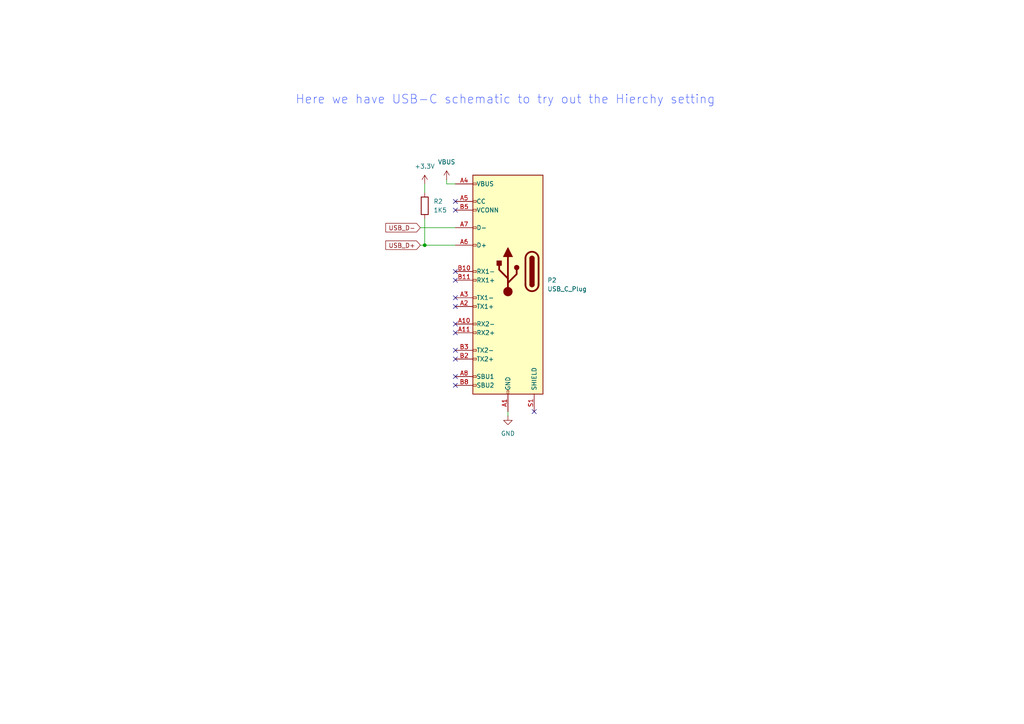
<source format=kicad_sch>
(kicad_sch
	(version 20250114)
	(generator "eeschema")
	(generator_version "9.0")
	(uuid "cf1c53df-d6e7-4d88-92b8-e414510b3ca8")
	(paper "A4")
	(lib_symbols
		(symbol "Connector:USB_C_Plug"
			(pin_names
				(offset 1.016)
			)
			(exclude_from_sim no)
			(in_bom yes)
			(on_board yes)
			(property "Reference" "P"
				(at -10.16 29.21 0)
				(effects
					(font
						(size 1.27 1.27)
					)
					(justify left)
				)
			)
			(property "Value" "USB_C_Plug"
				(at 10.16 29.21 0)
				(effects
					(font
						(size 1.27 1.27)
					)
					(justify right)
				)
			)
			(property "Footprint" ""
				(at 3.81 0 0)
				(effects
					(font
						(size 1.27 1.27)
					)
					(hide yes)
				)
			)
			(property "Datasheet" "https://www.usb.org/sites/default/files/documents/usb_type-c.zip"
				(at 3.81 0 0)
				(effects
					(font
						(size 1.27 1.27)
					)
					(hide yes)
				)
			)
			(property "Description" "USB Type-C Plug connector"
				(at 0 0 0)
				(effects
					(font
						(size 1.27 1.27)
					)
					(hide yes)
				)
			)
			(property "ki_keywords" "usb universal serial bus"
				(at 0 0 0)
				(effects
					(font
						(size 1.27 1.27)
					)
					(hide yes)
				)
			)
			(property "ki_fp_filters" "USB*C*Plug*"
				(at 0 0 0)
				(effects
					(font
						(size 1.27 1.27)
					)
					(hide yes)
				)
			)
			(symbol "USB_C_Plug_0_0"
				(rectangle
					(start -0.254 -35.56)
					(end 0.254 -34.544)
					(stroke
						(width 0)
						(type default)
					)
					(fill
						(type none)
					)
				)
				(rectangle
					(start 10.16 25.654)
					(end 9.144 25.146)
					(stroke
						(width 0)
						(type default)
					)
					(fill
						(type none)
					)
				)
				(rectangle
					(start 10.16 20.574)
					(end 9.144 20.066)
					(stroke
						(width 0)
						(type default)
					)
					(fill
						(type none)
					)
				)
				(rectangle
					(start 10.16 18.034)
					(end 9.144 17.526)
					(stroke
						(width 0)
						(type default)
					)
					(fill
						(type none)
					)
				)
				(rectangle
					(start 10.16 12.954)
					(end 9.144 12.446)
					(stroke
						(width 0)
						(type default)
					)
					(fill
						(type none)
					)
				)
				(rectangle
					(start 10.16 7.874)
					(end 9.144 7.366)
					(stroke
						(width 0)
						(type default)
					)
					(fill
						(type none)
					)
				)
				(rectangle
					(start 10.16 0.254)
					(end 9.144 -0.254)
					(stroke
						(width 0)
						(type default)
					)
					(fill
						(type none)
					)
				)
				(rectangle
					(start 10.16 -2.286)
					(end 9.144 -2.794)
					(stroke
						(width 0)
						(type default)
					)
					(fill
						(type none)
					)
				)
				(rectangle
					(start 10.16 -7.366)
					(end 9.144 -7.874)
					(stroke
						(width 0)
						(type default)
					)
					(fill
						(type none)
					)
				)
				(rectangle
					(start 10.16 -9.906)
					(end 9.144 -10.414)
					(stroke
						(width 0)
						(type default)
					)
					(fill
						(type none)
					)
				)
				(rectangle
					(start 10.16 -14.986)
					(end 9.144 -15.494)
					(stroke
						(width 0)
						(type default)
					)
					(fill
						(type none)
					)
				)
				(rectangle
					(start 10.16 -17.526)
					(end 9.144 -18.034)
					(stroke
						(width 0)
						(type default)
					)
					(fill
						(type none)
					)
				)
				(rectangle
					(start 10.16 -22.606)
					(end 9.144 -23.114)
					(stroke
						(width 0)
						(type default)
					)
					(fill
						(type none)
					)
				)
				(rectangle
					(start 10.16 -25.146)
					(end 9.144 -25.654)
					(stroke
						(width 0)
						(type default)
					)
					(fill
						(type none)
					)
				)
				(rectangle
					(start 10.16 -30.226)
					(end 9.144 -30.734)
					(stroke
						(width 0)
						(type default)
					)
					(fill
						(type none)
					)
				)
				(rectangle
					(start 10.16 -32.766)
					(end 9.144 -33.274)
					(stroke
						(width 0)
						(type default)
					)
					(fill
						(type none)
					)
				)
			)
			(symbol "USB_C_Plug_0_1"
				(rectangle
					(start -10.16 27.94)
					(end 10.16 -35.56)
					(stroke
						(width 0.254)
						(type default)
					)
					(fill
						(type background)
					)
				)
				(polyline
					(pts
						(xy -8.89 -3.81) (xy -8.89 3.81)
					)
					(stroke
						(width 0.508)
						(type default)
					)
					(fill
						(type none)
					)
				)
				(rectangle
					(start -7.62 -3.81)
					(end -6.35 3.81)
					(stroke
						(width 0.254)
						(type default)
					)
					(fill
						(type outline)
					)
				)
				(arc
					(start -7.62 3.81)
					(mid -6.985 4.4423)
					(end -6.35 3.81)
					(stroke
						(width 0.254)
						(type default)
					)
					(fill
						(type none)
					)
				)
				(arc
					(start -7.62 3.81)
					(mid -6.985 4.4423)
					(end -6.35 3.81)
					(stroke
						(width 0.254)
						(type default)
					)
					(fill
						(type outline)
					)
				)
				(arc
					(start -8.89 3.81)
					(mid -6.985 5.7067)
					(end -5.08 3.81)
					(stroke
						(width 0.508)
						(type default)
					)
					(fill
						(type none)
					)
				)
				(arc
					(start -5.08 -3.81)
					(mid -6.985 -5.7067)
					(end -8.89 -3.81)
					(stroke
						(width 0.508)
						(type default)
					)
					(fill
						(type none)
					)
				)
				(arc
					(start -6.35 -3.81)
					(mid -6.985 -4.4423)
					(end -7.62 -3.81)
					(stroke
						(width 0.254)
						(type default)
					)
					(fill
						(type none)
					)
				)
				(arc
					(start -6.35 -3.81)
					(mid -6.985 -4.4423)
					(end -7.62 -3.81)
					(stroke
						(width 0.254)
						(type default)
					)
					(fill
						(type outline)
					)
				)
				(polyline
					(pts
						(xy -5.08 3.81) (xy -5.08 -3.81)
					)
					(stroke
						(width 0.508)
						(type default)
					)
					(fill
						(type none)
					)
				)
			)
			(symbol "USB_C_Plug_1_1"
				(circle
					(center -2.54 1.143)
					(radius 0.635)
					(stroke
						(width 0.254)
						(type default)
					)
					(fill
						(type outline)
					)
				)
				(polyline
					(pts
						(xy -1.27 4.318) (xy 0 6.858) (xy 1.27 4.318) (xy -1.27 4.318)
					)
					(stroke
						(width 0.254)
						(type default)
					)
					(fill
						(type outline)
					)
				)
				(polyline
					(pts
						(xy 0 -2.032) (xy 2.54 0.508) (xy 2.54 1.778)
					)
					(stroke
						(width 0.508)
						(type default)
					)
					(fill
						(type none)
					)
				)
				(polyline
					(pts
						(xy 0 -3.302) (xy -2.54 -0.762) (xy -2.54 0.508)
					)
					(stroke
						(width 0.508)
						(type default)
					)
					(fill
						(type none)
					)
				)
				(polyline
					(pts
						(xy 0 -5.842) (xy 0 4.318)
					)
					(stroke
						(width 0.508)
						(type default)
					)
					(fill
						(type none)
					)
				)
				(circle
					(center 0 -5.842)
					(radius 1.27)
					(stroke
						(width 0)
						(type default)
					)
					(fill
						(type outline)
					)
				)
				(rectangle
					(start 1.905 1.778)
					(end 3.175 3.048)
					(stroke
						(width 0.254)
						(type default)
					)
					(fill
						(type outline)
					)
				)
				(pin passive line
					(at -7.62 -40.64 90)
					(length 5.08)
					(name "SHIELD"
						(effects
							(font
								(size 1.27 1.27)
							)
						)
					)
					(number "S1"
						(effects
							(font
								(size 1.27 1.27)
							)
						)
					)
				)
				(pin passive line
					(at 0 -40.64 90)
					(length 5.08)
					(name "GND"
						(effects
							(font
								(size 1.27 1.27)
							)
						)
					)
					(number "A1"
						(effects
							(font
								(size 1.27 1.27)
							)
						)
					)
				)
				(pin passive line
					(at 0 -40.64 90)
					(length 5.08)
					(hide yes)
					(name "GND"
						(effects
							(font
								(size 1.27 1.27)
							)
						)
					)
					(number "A12"
						(effects
							(font
								(size 1.27 1.27)
							)
						)
					)
				)
				(pin passive line
					(at 0 -40.64 90)
					(length 5.08)
					(hide yes)
					(name "GND"
						(effects
							(font
								(size 1.27 1.27)
							)
						)
					)
					(number "B1"
						(effects
							(font
								(size 1.27 1.27)
							)
						)
					)
				)
				(pin passive line
					(at 0 -40.64 90)
					(length 5.08)
					(hide yes)
					(name "GND"
						(effects
							(font
								(size 1.27 1.27)
							)
						)
					)
					(number "B12"
						(effects
							(font
								(size 1.27 1.27)
							)
						)
					)
				)
				(pin passive line
					(at 15.24 25.4 180)
					(length 5.08)
					(name "VBUS"
						(effects
							(font
								(size 1.27 1.27)
							)
						)
					)
					(number "A4"
						(effects
							(font
								(size 1.27 1.27)
							)
						)
					)
				)
				(pin passive line
					(at 15.24 25.4 180)
					(length 5.08)
					(hide yes)
					(name "VBUS"
						(effects
							(font
								(size 1.27 1.27)
							)
						)
					)
					(number "A9"
						(effects
							(font
								(size 1.27 1.27)
							)
						)
					)
				)
				(pin passive line
					(at 15.24 25.4 180)
					(length 5.08)
					(hide yes)
					(name "VBUS"
						(effects
							(font
								(size 1.27 1.27)
							)
						)
					)
					(number "B4"
						(effects
							(font
								(size 1.27 1.27)
							)
						)
					)
				)
				(pin passive line
					(at 15.24 25.4 180)
					(length 5.08)
					(hide yes)
					(name "VBUS"
						(effects
							(font
								(size 1.27 1.27)
							)
						)
					)
					(number "B9"
						(effects
							(font
								(size 1.27 1.27)
							)
						)
					)
				)
				(pin bidirectional line
					(at 15.24 20.32 180)
					(length 5.08)
					(name "CC"
						(effects
							(font
								(size 1.27 1.27)
							)
						)
					)
					(number "A5"
						(effects
							(font
								(size 1.27 1.27)
							)
						)
					)
				)
				(pin bidirectional line
					(at 15.24 17.78 180)
					(length 5.08)
					(name "VCONN"
						(effects
							(font
								(size 1.27 1.27)
							)
						)
					)
					(number "B5"
						(effects
							(font
								(size 1.27 1.27)
							)
						)
					)
				)
				(pin bidirectional line
					(at 15.24 12.7 180)
					(length 5.08)
					(name "D-"
						(effects
							(font
								(size 1.27 1.27)
							)
						)
					)
					(number "A7"
						(effects
							(font
								(size 1.27 1.27)
							)
						)
					)
				)
				(pin bidirectional line
					(at 15.24 7.62 180)
					(length 5.08)
					(name "D+"
						(effects
							(font
								(size 1.27 1.27)
							)
						)
					)
					(number "A6"
						(effects
							(font
								(size 1.27 1.27)
							)
						)
					)
				)
				(pin bidirectional line
					(at 15.24 0 180)
					(length 5.08)
					(name "RX1-"
						(effects
							(font
								(size 1.27 1.27)
							)
						)
					)
					(number "B10"
						(effects
							(font
								(size 1.27 1.27)
							)
						)
					)
				)
				(pin bidirectional line
					(at 15.24 -2.54 180)
					(length 5.08)
					(name "RX1+"
						(effects
							(font
								(size 1.27 1.27)
							)
						)
					)
					(number "B11"
						(effects
							(font
								(size 1.27 1.27)
							)
						)
					)
				)
				(pin bidirectional line
					(at 15.24 -7.62 180)
					(length 5.08)
					(name "TX1-"
						(effects
							(font
								(size 1.27 1.27)
							)
						)
					)
					(number "A3"
						(effects
							(font
								(size 1.27 1.27)
							)
						)
					)
				)
				(pin bidirectional line
					(at 15.24 -10.16 180)
					(length 5.08)
					(name "TX1+"
						(effects
							(font
								(size 1.27 1.27)
							)
						)
					)
					(number "A2"
						(effects
							(font
								(size 1.27 1.27)
							)
						)
					)
				)
				(pin bidirectional line
					(at 15.24 -15.24 180)
					(length 5.08)
					(name "RX2-"
						(effects
							(font
								(size 1.27 1.27)
							)
						)
					)
					(number "A10"
						(effects
							(font
								(size 1.27 1.27)
							)
						)
					)
				)
				(pin bidirectional line
					(at 15.24 -17.78 180)
					(length 5.08)
					(name "RX2+"
						(effects
							(font
								(size 1.27 1.27)
							)
						)
					)
					(number "A11"
						(effects
							(font
								(size 1.27 1.27)
							)
						)
					)
				)
				(pin bidirectional line
					(at 15.24 -22.86 180)
					(length 5.08)
					(name "TX2-"
						(effects
							(font
								(size 1.27 1.27)
							)
						)
					)
					(number "B3"
						(effects
							(font
								(size 1.27 1.27)
							)
						)
					)
				)
				(pin bidirectional line
					(at 15.24 -25.4 180)
					(length 5.08)
					(name "TX2+"
						(effects
							(font
								(size 1.27 1.27)
							)
						)
					)
					(number "B2"
						(effects
							(font
								(size 1.27 1.27)
							)
						)
					)
				)
				(pin bidirectional line
					(at 15.24 -30.48 180)
					(length 5.08)
					(name "SBU1"
						(effects
							(font
								(size 1.27 1.27)
							)
						)
					)
					(number "A8"
						(effects
							(font
								(size 1.27 1.27)
							)
						)
					)
				)
				(pin bidirectional line
					(at 15.24 -33.02 180)
					(length 5.08)
					(name "SBU2"
						(effects
							(font
								(size 1.27 1.27)
							)
						)
					)
					(number "B8"
						(effects
							(font
								(size 1.27 1.27)
							)
						)
					)
				)
			)
			(embedded_fonts no)
		)
		(symbol "Device:R"
			(pin_numbers
				(hide yes)
			)
			(pin_names
				(offset 0)
			)
			(exclude_from_sim no)
			(in_bom yes)
			(on_board yes)
			(property "Reference" "R"
				(at 2.032 0 90)
				(effects
					(font
						(size 1.27 1.27)
					)
				)
			)
			(property "Value" "R"
				(at 0 0 90)
				(effects
					(font
						(size 1.27 1.27)
					)
				)
			)
			(property "Footprint" ""
				(at -1.778 0 90)
				(effects
					(font
						(size 1.27 1.27)
					)
					(hide yes)
				)
			)
			(property "Datasheet" "~"
				(at 0 0 0)
				(effects
					(font
						(size 1.27 1.27)
					)
					(hide yes)
				)
			)
			(property "Description" "Resistor"
				(at 0 0 0)
				(effects
					(font
						(size 1.27 1.27)
					)
					(hide yes)
				)
			)
			(property "ki_keywords" "R res resistor"
				(at 0 0 0)
				(effects
					(font
						(size 1.27 1.27)
					)
					(hide yes)
				)
			)
			(property "ki_fp_filters" "R_*"
				(at 0 0 0)
				(effects
					(font
						(size 1.27 1.27)
					)
					(hide yes)
				)
			)
			(symbol "R_0_1"
				(rectangle
					(start -1.016 -2.54)
					(end 1.016 2.54)
					(stroke
						(width 0.254)
						(type default)
					)
					(fill
						(type none)
					)
				)
			)
			(symbol "R_1_1"
				(pin passive line
					(at 0 3.81 270)
					(length 1.27)
					(name "~"
						(effects
							(font
								(size 1.27 1.27)
							)
						)
					)
					(number "1"
						(effects
							(font
								(size 1.27 1.27)
							)
						)
					)
				)
				(pin passive line
					(at 0 -3.81 90)
					(length 1.27)
					(name "~"
						(effects
							(font
								(size 1.27 1.27)
							)
						)
					)
					(number "2"
						(effects
							(font
								(size 1.27 1.27)
							)
						)
					)
				)
			)
			(embedded_fonts no)
		)
		(symbol "power:+3.3V"
			(power)
			(pin_numbers
				(hide yes)
			)
			(pin_names
				(offset 0)
				(hide yes)
			)
			(exclude_from_sim no)
			(in_bom yes)
			(on_board yes)
			(property "Reference" "#PWR"
				(at 0 -3.81 0)
				(effects
					(font
						(size 1.27 1.27)
					)
					(hide yes)
				)
			)
			(property "Value" "+3.3V"
				(at 0 3.556 0)
				(effects
					(font
						(size 1.27 1.27)
					)
				)
			)
			(property "Footprint" ""
				(at 0 0 0)
				(effects
					(font
						(size 1.27 1.27)
					)
					(hide yes)
				)
			)
			(property "Datasheet" ""
				(at 0 0 0)
				(effects
					(font
						(size 1.27 1.27)
					)
					(hide yes)
				)
			)
			(property "Description" "Power symbol creates a global label with name \"+3.3V\""
				(at 0 0 0)
				(effects
					(font
						(size 1.27 1.27)
					)
					(hide yes)
				)
			)
			(property "ki_keywords" "global power"
				(at 0 0 0)
				(effects
					(font
						(size 1.27 1.27)
					)
					(hide yes)
				)
			)
			(symbol "+3.3V_0_1"
				(polyline
					(pts
						(xy -0.762 1.27) (xy 0 2.54)
					)
					(stroke
						(width 0)
						(type default)
					)
					(fill
						(type none)
					)
				)
				(polyline
					(pts
						(xy 0 2.54) (xy 0.762 1.27)
					)
					(stroke
						(width 0)
						(type default)
					)
					(fill
						(type none)
					)
				)
				(polyline
					(pts
						(xy 0 0) (xy 0 2.54)
					)
					(stroke
						(width 0)
						(type default)
					)
					(fill
						(type none)
					)
				)
			)
			(symbol "+3.3V_1_1"
				(pin power_in line
					(at 0 0 90)
					(length 0)
					(name "~"
						(effects
							(font
								(size 1.27 1.27)
							)
						)
					)
					(number "1"
						(effects
							(font
								(size 1.27 1.27)
							)
						)
					)
				)
			)
			(embedded_fonts no)
		)
		(symbol "power:GND"
			(power)
			(pin_numbers
				(hide yes)
			)
			(pin_names
				(offset 0)
				(hide yes)
			)
			(exclude_from_sim no)
			(in_bom yes)
			(on_board yes)
			(property "Reference" "#PWR"
				(at 0 -6.35 0)
				(effects
					(font
						(size 1.27 1.27)
					)
					(hide yes)
				)
			)
			(property "Value" "GND"
				(at 0 -3.81 0)
				(effects
					(font
						(size 1.27 1.27)
					)
				)
			)
			(property "Footprint" ""
				(at 0 0 0)
				(effects
					(font
						(size 1.27 1.27)
					)
					(hide yes)
				)
			)
			(property "Datasheet" ""
				(at 0 0 0)
				(effects
					(font
						(size 1.27 1.27)
					)
					(hide yes)
				)
			)
			(property "Description" "Power symbol creates a global label with name \"GND\" , ground"
				(at 0 0 0)
				(effects
					(font
						(size 1.27 1.27)
					)
					(hide yes)
				)
			)
			(property "ki_keywords" "global power"
				(at 0 0 0)
				(effects
					(font
						(size 1.27 1.27)
					)
					(hide yes)
				)
			)
			(symbol "GND_0_1"
				(polyline
					(pts
						(xy 0 0) (xy 0 -1.27) (xy 1.27 -1.27) (xy 0 -2.54) (xy -1.27 -1.27) (xy 0 -1.27)
					)
					(stroke
						(width 0)
						(type default)
					)
					(fill
						(type none)
					)
				)
			)
			(symbol "GND_1_1"
				(pin power_in line
					(at 0 0 270)
					(length 0)
					(name "~"
						(effects
							(font
								(size 1.27 1.27)
							)
						)
					)
					(number "1"
						(effects
							(font
								(size 1.27 1.27)
							)
						)
					)
				)
			)
			(embedded_fonts no)
		)
		(symbol "power:VBUS"
			(power)
			(pin_numbers
				(hide yes)
			)
			(pin_names
				(offset 0)
				(hide yes)
			)
			(exclude_from_sim no)
			(in_bom yes)
			(on_board yes)
			(property "Reference" "#PWR"
				(at 0 -3.81 0)
				(effects
					(font
						(size 1.27 1.27)
					)
					(hide yes)
				)
			)
			(property "Value" "VBUS"
				(at 0 3.556 0)
				(effects
					(font
						(size 1.27 1.27)
					)
				)
			)
			(property "Footprint" ""
				(at 0 0 0)
				(effects
					(font
						(size 1.27 1.27)
					)
					(hide yes)
				)
			)
			(property "Datasheet" ""
				(at 0 0 0)
				(effects
					(font
						(size 1.27 1.27)
					)
					(hide yes)
				)
			)
			(property "Description" "Power symbol creates a global label with name \"VBUS\""
				(at 0 0 0)
				(effects
					(font
						(size 1.27 1.27)
					)
					(hide yes)
				)
			)
			(property "ki_keywords" "global power"
				(at 0 0 0)
				(effects
					(font
						(size 1.27 1.27)
					)
					(hide yes)
				)
			)
			(symbol "VBUS_0_1"
				(polyline
					(pts
						(xy -0.762 1.27) (xy 0 2.54)
					)
					(stroke
						(width 0)
						(type default)
					)
					(fill
						(type none)
					)
				)
				(polyline
					(pts
						(xy 0 2.54) (xy 0.762 1.27)
					)
					(stroke
						(width 0)
						(type default)
					)
					(fill
						(type none)
					)
				)
				(polyline
					(pts
						(xy 0 0) (xy 0 2.54)
					)
					(stroke
						(width 0)
						(type default)
					)
					(fill
						(type none)
					)
				)
			)
			(symbol "VBUS_1_1"
				(pin power_in line
					(at 0 0 90)
					(length 0)
					(name "~"
						(effects
							(font
								(size 1.27 1.27)
							)
						)
					)
					(number "1"
						(effects
							(font
								(size 1.27 1.27)
							)
						)
					)
				)
			)
			(embedded_fonts no)
		)
	)
	(text "Here we have USB-C schematic to try out the Hierchy setting"
		(exclude_from_sim no)
		(at 146.558 28.956 0)
		(effects
			(font
				(size 2.54 2.54)
				(color 63 89 255 1)
			)
		)
		(uuid "5b31b1ff-649e-40e4-a6f5-acce768b61e6")
	)
	(junction
		(at 123.19 71.12)
		(diameter 0)
		(color 0 0 0 0)
		(uuid "371806d1-17a5-4e3a-941d-2ebdd23dae31")
	)
	(no_connect
		(at 132.08 96.52)
		(uuid "13fbf87e-c617-461d-b924-1b1f7e0184c1")
	)
	(no_connect
		(at 132.08 60.96)
		(uuid "1e0de0ad-1dfd-4335-967a-3f5c850c334d")
	)
	(no_connect
		(at 132.08 86.36)
		(uuid "534e4497-2ccb-4ffe-b457-44c2ff32d721")
	)
	(no_connect
		(at 132.08 111.76)
		(uuid "59dd84ae-9134-439a-8e3c-443090db99be")
	)
	(no_connect
		(at 132.08 88.9)
		(uuid "7247e5b1-1841-4004-8c1e-44ab96e13d9e")
	)
	(no_connect
		(at 154.94 119.38)
		(uuid "72620390-9ea5-4cf2-a3a4-21615332eb40")
	)
	(no_connect
		(at 132.08 109.22)
		(uuid "74f53dc2-6984-4e31-bfc6-ef50e5303148")
	)
	(no_connect
		(at 132.08 104.14)
		(uuid "85aaaea3-57d8-4584-8486-f375abf04c9c")
	)
	(no_connect
		(at 132.08 93.98)
		(uuid "9c4804b2-48b2-497c-9ce5-b2d38900a6b8")
	)
	(no_connect
		(at 132.08 78.74)
		(uuid "d57a9cdf-196f-49bc-a02a-6c84816af81d")
	)
	(no_connect
		(at 132.08 58.42)
		(uuid "d59052b6-2433-4772-adb2-d9ad9a958a27")
	)
	(no_connect
		(at 132.08 81.28)
		(uuid "d7bbdc8f-e977-4853-a92b-7b052beff212")
	)
	(no_connect
		(at 132.08 101.6)
		(uuid "f4755fe9-ba25-42ae-aaa2-cb6eae8702d7")
	)
	(wire
		(pts
			(xy 121.92 71.12) (xy 123.19 71.12)
		)
		(stroke
			(width 0)
			(type default)
		)
		(uuid "0815fac1-d96d-4dd0-98a4-c633ad5eae64")
	)
	(wire
		(pts
			(xy 123.19 63.5) (xy 123.19 71.12)
		)
		(stroke
			(width 0)
			(type default)
		)
		(uuid "0aa7cb0a-91cf-481e-a1a8-bf89f6b8c6d6")
	)
	(wire
		(pts
			(xy 123.19 71.12) (xy 132.08 71.12)
		)
		(stroke
			(width 0)
			(type default)
		)
		(uuid "0fc6228b-218b-48e0-bc6f-3b4113c09515")
	)
	(wire
		(pts
			(xy 147.32 119.38) (xy 147.32 120.65)
		)
		(stroke
			(width 0)
			(type default)
		)
		(uuid "2bb51f27-29dc-4b0c-89ea-590ca5927b1a")
	)
	(wire
		(pts
			(xy 121.92 66.04) (xy 132.08 66.04)
		)
		(stroke
			(width 0)
			(type default)
		)
		(uuid "308ab34b-0deb-4bb0-84af-5da1f9c05ce3")
	)
	(wire
		(pts
			(xy 132.08 53.34) (xy 129.54 53.34)
		)
		(stroke
			(width 0)
			(type default)
		)
		(uuid "382f8be8-f59c-4e02-9b5a-c19f64288fad")
	)
	(wire
		(pts
			(xy 129.54 53.34) (xy 129.54 52.07)
		)
		(stroke
			(width 0)
			(type default)
		)
		(uuid "8835c4c5-e16d-4cd4-a44f-82c7f6d016e0")
	)
	(wire
		(pts
			(xy 123.19 53.34) (xy 123.19 55.88)
		)
		(stroke
			(width 0)
			(type default)
		)
		(uuid "d0da7ceb-abf8-45a1-8aa2-f834147f7f68")
	)
	(global_label "USB_D+"
		(shape input)
		(at 121.92 71.12 180)
		(fields_autoplaced yes)
		(effects
			(font
				(size 1.27 1.27)
			)
			(justify right)
		)
		(uuid "3f35825c-8388-4ba1-956e-a537befcc7d3")
		(property "Intersheetrefs" "${INTERSHEET_REFS}"
			(at 111.3148 71.12 0)
			(effects
				(font
					(size 1.27 1.27)
				)
				(justify right)
				(hide yes)
			)
		)
	)
	(global_label "USB_D-"
		(shape input)
		(at 121.92 66.04 180)
		(fields_autoplaced yes)
		(effects
			(font
				(size 1.27 1.27)
			)
			(justify right)
		)
		(uuid "49a4a46b-beeb-44f7-a539-b77b21a94451")
		(property "Intersheetrefs" "${INTERSHEET_REFS}"
			(at 111.3148 66.04 0)
			(effects
				(font
					(size 1.27 1.27)
				)
				(justify right)
				(hide yes)
			)
		)
	)
	(symbol
		(lib_id "power:+3.3V")
		(at 123.19 53.34 0)
		(unit 1)
		(exclude_from_sim no)
		(in_bom yes)
		(on_board yes)
		(dnp no)
		(fields_autoplaced yes)
		(uuid "16f1b4ca-6f4d-42a0-886f-a07d7d84617a")
		(property "Reference" "#PWR013"
			(at 123.19 57.15 0)
			(effects
				(font
					(size 1.27 1.27)
				)
				(hide yes)
			)
		)
		(property "Value" "+3.3V"
			(at 123.19 48.26 0)
			(effects
				(font
					(size 1.27 1.27)
				)
			)
		)
		(property "Footprint" ""
			(at 123.19 53.34 0)
			(effects
				(font
					(size 1.27 1.27)
				)
				(hide yes)
			)
		)
		(property "Datasheet" ""
			(at 123.19 53.34 0)
			(effects
				(font
					(size 1.27 1.27)
				)
				(hide yes)
			)
		)
		(property "Description" "Power symbol creates a global label with name \"+3.3V\""
			(at 123.19 53.34 0)
			(effects
				(font
					(size 1.27 1.27)
				)
				(hide yes)
			)
		)
		(pin "1"
			(uuid "f2bfd109-bacc-4152-8e27-60382d8b704c")
		)
		(instances
			(project ""
				(path "/a7a1c83c-38c9-4707-8c0b-8c0b2006591e/092290c6-2ade-42e8-bc36-58be0585d60e"
					(reference "#PWR013")
					(unit 1)
				)
			)
		)
	)
	(symbol
		(lib_id "power:VBUS")
		(at 129.54 52.07 0)
		(unit 1)
		(exclude_from_sim no)
		(in_bom yes)
		(on_board yes)
		(dnp no)
		(fields_autoplaced yes)
		(uuid "455e8a76-b245-44bf-9204-f3dfed2377d0")
		(property "Reference" "#PWR011"
			(at 129.54 55.88 0)
			(effects
				(font
					(size 1.27 1.27)
				)
				(hide yes)
			)
		)
		(property "Value" "VBUS"
			(at 129.54 46.99 0)
			(effects
				(font
					(size 1.27 1.27)
				)
			)
		)
		(property "Footprint" ""
			(at 129.54 52.07 0)
			(effects
				(font
					(size 1.27 1.27)
				)
				(hide yes)
			)
		)
		(property "Datasheet" ""
			(at 129.54 52.07 0)
			(effects
				(font
					(size 1.27 1.27)
				)
				(hide yes)
			)
		)
		(property "Description" "Power symbol creates a global label with name \"VBUS\""
			(at 129.54 52.07 0)
			(effects
				(font
					(size 1.27 1.27)
				)
				(hide yes)
			)
		)
		(pin "1"
			(uuid "992b283d-1352-4c77-9058-62753f1b7ec2")
		)
		(instances
			(project ""
				(path "/a7a1c83c-38c9-4707-8c0b-8c0b2006591e/092290c6-2ade-42e8-bc36-58be0585d60e"
					(reference "#PWR011")
					(unit 1)
				)
			)
		)
	)
	(symbol
		(lib_id "power:GND")
		(at 147.32 120.65 0)
		(unit 1)
		(exclude_from_sim no)
		(in_bom yes)
		(on_board yes)
		(dnp no)
		(fields_autoplaced yes)
		(uuid "a3142dfd-378c-49ca-8185-fb449ddabc77")
		(property "Reference" "#PWR012"
			(at 147.32 127 0)
			(effects
				(font
					(size 1.27 1.27)
				)
				(hide yes)
			)
		)
		(property "Value" "GND"
			(at 147.32 125.73 0)
			(effects
				(font
					(size 1.27 1.27)
				)
			)
		)
		(property "Footprint" ""
			(at 147.32 120.65 0)
			(effects
				(font
					(size 1.27 1.27)
				)
				(hide yes)
			)
		)
		(property "Datasheet" ""
			(at 147.32 120.65 0)
			(effects
				(font
					(size 1.27 1.27)
				)
				(hide yes)
			)
		)
		(property "Description" "Power symbol creates a global label with name \"GND\" , ground"
			(at 147.32 120.65 0)
			(effects
				(font
					(size 1.27 1.27)
				)
				(hide yes)
			)
		)
		(pin "1"
			(uuid "0a0fcc34-7a53-4adc-a1b1-4d4a31ae8ec6")
		)
		(instances
			(project "STM32"
				(path "/a7a1c83c-38c9-4707-8c0b-8c0b2006591e/092290c6-2ade-42e8-bc36-58be0585d60e"
					(reference "#PWR012")
					(unit 1)
				)
			)
		)
	)
	(symbol
		(lib_id "Connector:USB_C_Plug")
		(at 147.32 78.74 0)
		(mirror y)
		(unit 1)
		(exclude_from_sim no)
		(in_bom yes)
		(on_board yes)
		(dnp no)
		(fields_autoplaced yes)
		(uuid "b56d424b-69d0-4f39-ab28-f941f16ef8b9")
		(property "Reference" "P2"
			(at 158.75 81.2799 0)
			(effects
				(font
					(size 1.27 1.27)
				)
				(justify right)
			)
		)
		(property "Value" "USB_C_Plug"
			(at 158.75 83.8199 0)
			(effects
				(font
					(size 1.27 1.27)
				)
				(justify right)
			)
		)
		(property "Footprint" "Connector_USB:USB_C_Plug_Molex_105444"
			(at 143.51 78.74 0)
			(effects
				(font
					(size 1.27 1.27)
				)
				(hide yes)
			)
		)
		(property "Datasheet" "https://www.usb.org/sites/default/files/documents/usb_type-c.zip"
			(at 143.51 78.74 0)
			(effects
				(font
					(size 1.27 1.27)
				)
				(hide yes)
			)
		)
		(property "Description" "USB Type-C Plug connector"
			(at 147.32 78.74 0)
			(effects
				(font
					(size 1.27 1.27)
				)
				(hide yes)
			)
		)
		(pin "B12"
			(uuid "2c8b7f8f-50c5-428b-bab2-45cbc26d9d8d")
		)
		(pin "A9"
			(uuid "9a111c81-e691-456a-877a-7da9d6eb5e89")
		)
		(pin "B9"
			(uuid "3b729b34-17cc-440c-bc3d-ac9894c89d2c")
		)
		(pin "A7"
			(uuid "6067c2ba-ab03-4f1b-8e91-9b7fa211da16")
		)
		(pin "B5"
			(uuid "ffa4b5ea-6869-4a6f-b2cf-f37759446d77")
		)
		(pin "S1"
			(uuid "e92b4139-59da-4f41-93e9-80311dfad229")
		)
		(pin "B1"
			(uuid "ecc56e28-bbdc-44ca-a457-33c210294f7a")
		)
		(pin "A1"
			(uuid "0e1310b0-29a9-47c2-aa5b-e3d27d951698")
		)
		(pin "A12"
			(uuid "33a1e049-fab2-44b9-aa47-bb6ec4a10def")
		)
		(pin "A4"
			(uuid "cf2cc241-88da-4be3-b529-ef8c4e79ef01")
		)
		(pin "B4"
			(uuid "19292837-97ed-4785-827b-4a5162c3880e")
		)
		(pin "A5"
			(uuid "701c202d-dc2d-4f34-9161-a713f5b1f10d")
		)
		(pin "B2"
			(uuid "a4e2fbe5-5efd-4916-9249-86c9fd92b1a4")
		)
		(pin "A8"
			(uuid "3c67cf9b-d00b-4924-aa11-2c0d10c2a02c")
		)
		(pin "A11"
			(uuid "85ed4035-f99e-4a0a-bed0-24562792f7bf")
		)
		(pin "B11"
			(uuid "e87fc80c-944d-4912-aa92-8b1c7eb8e099")
		)
		(pin "A10"
			(uuid "393e77ce-8f8a-4bb5-ac5f-d43b9bf0b184")
		)
		(pin "A3"
			(uuid "53a9126f-aea5-4753-9da7-0794848e4c2e")
		)
		(pin "A6"
			(uuid "4bfd355d-f2ca-42cd-83ce-4b156a5e7a07")
		)
		(pin "B3"
			(uuid "48d653b7-d9d7-4484-be63-bb894a9de4a0")
		)
		(pin "A2"
			(uuid "de5899f2-13cd-45cc-bf1c-faab5da448e0")
		)
		(pin "B8"
			(uuid "620b2f96-7522-4aa4-abdf-9cc143cf369b")
		)
		(pin "B10"
			(uuid "b35b0e0a-a9a4-423d-aa0f-7ec32dddd0bf")
		)
		(instances
			(project "STM32"
				(path "/a7a1c83c-38c9-4707-8c0b-8c0b2006591e/092290c6-2ade-42e8-bc36-58be0585d60e"
					(reference "P2")
					(unit 1)
				)
			)
		)
	)
	(symbol
		(lib_id "Device:R")
		(at 123.19 59.69 0)
		(unit 1)
		(exclude_from_sim no)
		(in_bom yes)
		(on_board yes)
		(dnp no)
		(fields_autoplaced yes)
		(uuid "d55e8804-9d9c-4aa1-ab59-68f275a8a9c3")
		(property "Reference" "R2"
			(at 125.73 58.4199 0)
			(effects
				(font
					(size 1.27 1.27)
				)
				(justify left)
			)
		)
		(property "Value" "1K5"
			(at 125.73 60.9599 0)
			(effects
				(font
					(size 1.27 1.27)
				)
				(justify left)
			)
		)
		(property "Footprint" "Resistor_SMD:R_0402_1005Metric"
			(at 121.412 59.69 90)
			(effects
				(font
					(size 1.27 1.27)
				)
				(hide yes)
			)
		)
		(property "Datasheet" "~"
			(at 123.19 59.69 0)
			(effects
				(font
					(size 1.27 1.27)
				)
				(hide yes)
			)
		)
		(property "Description" "Resistor"
			(at 123.19 59.69 0)
			(effects
				(font
					(size 1.27 1.27)
				)
				(hide yes)
			)
		)
		(pin "2"
			(uuid "1a45473f-8c68-498e-9e3a-75bee9faf6b8")
		)
		(pin "1"
			(uuid "1f2c25bc-c2ba-417c-bf4a-ef868bc7a877")
		)
		(instances
			(project ""
				(path "/a7a1c83c-38c9-4707-8c0b-8c0b2006591e/092290c6-2ade-42e8-bc36-58be0585d60e"
					(reference "R2")
					(unit 1)
				)
			)
		)
	)
)

</source>
